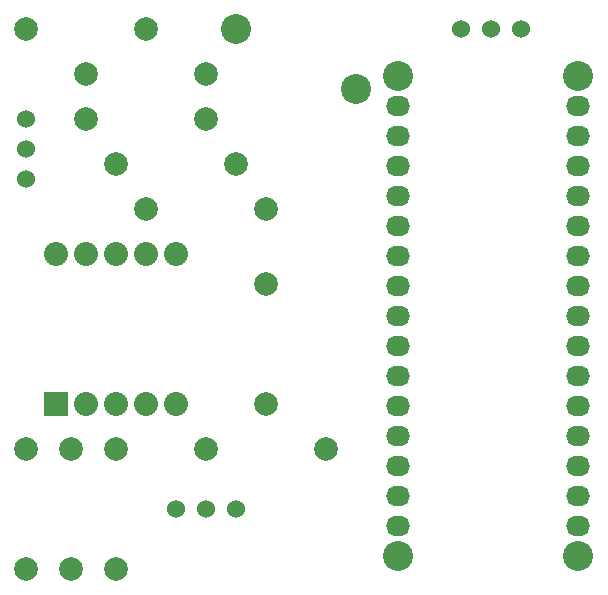
<source format=gbr>
G04 #@! TF.FileFunction,Copper,L2,Bot,Signal*
%FSLAX46Y46*%
G04 Gerber Fmt 4.6, Leading zero omitted, Abs format (unit mm)*
G04 Created by KiCad (PCBNEW 4.0.2-4+6225~38~ubuntu14.04.1-stable) date 06 مار, 2016 CET 03:30:18 م*
%MOMM*%
G01*
G04 APERTURE LIST*
%ADD10C,0.100000*%
%ADD11C,1.524000*%
%ADD12O,2.032000X1.727200*%
%ADD13C,2.540000*%
%ADD14R,2.032000X2.032000*%
%ADD15C,2.032000*%
%ADD16C,1.998980*%
G04 APERTURE END LIST*
D10*
D11*
X147320000Y-64770000D03*
X149860000Y-64770000D03*
X144780000Y-64770000D03*
D12*
X139446000Y-71247000D03*
X139446000Y-73787000D03*
X139446000Y-76327000D03*
X139446000Y-78867000D03*
X139446000Y-81407000D03*
X139446000Y-83947000D03*
X139446000Y-86487000D03*
X139446000Y-89027000D03*
X139446000Y-91567000D03*
X139446000Y-94107000D03*
X139446000Y-96647000D03*
X139446000Y-99187000D03*
X139446000Y-101727000D03*
X139446000Y-104267000D03*
X139446000Y-106807000D03*
X154686000Y-71247000D03*
X154686000Y-73787000D03*
X154686000Y-76327000D03*
X154686000Y-78867000D03*
X154686000Y-81407000D03*
X154686000Y-83947000D03*
X154686000Y-86487000D03*
X154686000Y-89027000D03*
X154686000Y-91567000D03*
X154686000Y-94107000D03*
X154686000Y-96647000D03*
X154686000Y-99187000D03*
X154686000Y-101727000D03*
X154686000Y-104267000D03*
X154686000Y-106807000D03*
D13*
X139446000Y-68707000D03*
X139446000Y-109347000D03*
X154686000Y-109347000D03*
X154686000Y-68707000D03*
D14*
X110490000Y-96520000D03*
D15*
X113030000Y-96520000D03*
X115570000Y-96520000D03*
X118110000Y-96520000D03*
X113030000Y-83820000D03*
X110490000Y-83820000D03*
X120650000Y-96520000D03*
X118110000Y-83820000D03*
X120650000Y-83820000D03*
X115570000Y-83820000D03*
D11*
X107950000Y-74930000D03*
X107950000Y-77470000D03*
X107950000Y-72390000D03*
X123190000Y-105410000D03*
X120650000Y-105410000D03*
X125730000Y-105410000D03*
D16*
X107950000Y-64770000D03*
X118110000Y-64770000D03*
X123190000Y-68580000D03*
X113030000Y-68580000D03*
X128270000Y-80010000D03*
X118110000Y-80010000D03*
X128270000Y-96520000D03*
X128270000Y-86360000D03*
X115570000Y-110490000D03*
X115570000Y-100330000D03*
X107950000Y-110490000D03*
X107950000Y-100330000D03*
X111760000Y-110490000D03*
X111760000Y-100330000D03*
X125730000Y-76200000D03*
X115570000Y-76200000D03*
X123190000Y-72390000D03*
X113030000Y-72390000D03*
X133350000Y-100330000D03*
X123190000Y-100330000D03*
D13*
X125730000Y-64770000D03*
X135890000Y-69850000D03*
M02*

</source>
